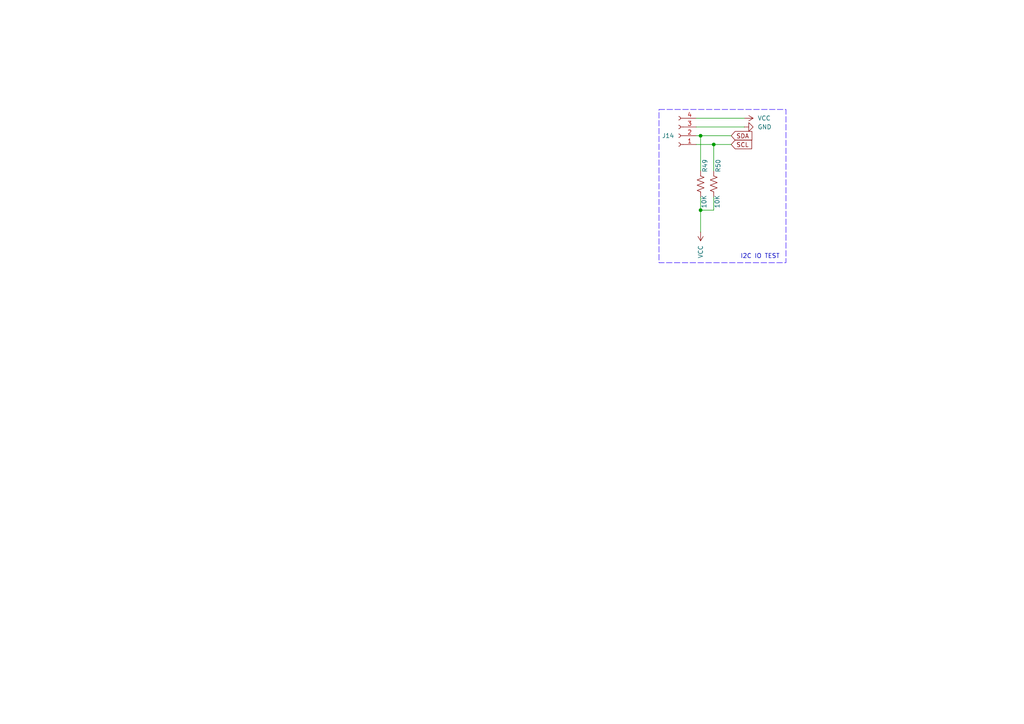
<source format=kicad_sch>
(kicad_sch (version 20250114) (generator "eeschema") (generator_version "9.0")
  (paper "A4")
  (lib_symbols
    (symbol "Connector:Conn_01x04_Socket" (pin_names (offset 1.016) (hide yes))
      (property "Reference" "J" (at 0 5.08 0))
      (property "Value" "Conn_01x04_Socket" (at 0 -7.62 0))
      (symbol "Conn_01x04_Socket_1_1"
        (polyline (pts (xy -1.27 2.54) (xy -0.508 2.54)) (stroke (width 0.1524)))
        (polyline (pts (xy -1.27 0) (xy -0.508 0)) (stroke (width 0.1524)))
        (polyline (pts (xy -1.27 -2.54) (xy -0.508 -2.54)) (stroke (width 0.1524)))
        (polyline (pts (xy -1.27 -5.08) (xy -0.508 -5.08)) (stroke (width 0.1524)))
        (arc (start 0 2.032) (mid -0.5058 2.54) (end 0 3.048) (stroke (width 0.1524)))
        (arc (start 0 -0.508) (mid -0.5058 0) (end 0 0.508) (stroke (width 0.1524)))
        (arc (start 0 -3.048) (mid -0.5058 -2.54) (end 0 -2.032) (stroke (width 0.1524)))
        (arc (start 0 -5.588) (mid -0.5058 -5.08) (end 0 -4.572) (stroke (width 0.1524)))
        (pin passive line (at -5.08 2.54 0) (length 3.81) (name "Pin_1") (number "1"))
        (pin passive line (at -5.08 0 0) (length 3.81) (name "Pin_2") (number "2"))
        (pin passive line (at -5.08 -2.54 0) (length 3.81) (name "Pin_3") (number "3"))
        (pin passive line (at -5.08 -5.08 0) (length 3.81) (name "Pin_4") (number "4"))
      )
    )
    (symbol "Device:R_US" (pin_numbers (hide yes)) (pin_names (offset 0))
      (property "Reference" "R" (at 2.54 0 90))
      (property "Value" "R_US" (at -2.54 0 90))
      (symbol "R_US_0_1"
        (polyline (pts (xy 0 2.286) (xy 0 2.54)))
        (polyline (pts (xy 0 2.286) (xy 1.016 1.905) (xy 0 1.524) (xy -1.016 1.143) (xy 0 0.762)))
        (polyline (pts (xy 0 0.762) (xy 1.016 0.381) (xy 0 0) (xy -1.016 -0.381) (xy 0 -0.762)))
        (polyline (pts (xy 0 -0.762) (xy 1.016 -1.143) (xy 0 -1.524) (xy -1.016 -1.905) (xy 0 -2.286)))
        (polyline (pts (xy 0 -2.286) (xy 0 -2.54)))
      )
      (symbol "R_US_1_1"
        (pin passive line (at 0 3.81 270) (length 1.27) (name "~") (number "1"))
        (pin passive line (at 0 -3.81 90) (length 1.27) (name "~") (number "2"))
      )
    )
    (symbol "power:GND" (power) (pin_numbers (hide yes)) (pin_names (offset 0) (hide yes))
      (property "Value" "GND" (at 0 -3.81 0))
      (symbol "GND_0_1"
        (polyline (pts (xy 0 0) (xy 0 -1.27) (xy 1.27 -1.27) (xy 0 -2.54) (xy -1.27 -1.27) (xy 0 -1.27)))
      )
      (symbol "GND_1_1"
        (pin power_in line (at 0 0 270) (length 0) (name "~") (number "1"))
      )
    )
    (symbol "power:VCC" (power) (pin_numbers (hide yes)) (pin_names (offset 0) (hide yes))
      (property "Value" "VCC" (at 0 3.556 0))
      (symbol "VCC_0_1"
        (polyline (pts (xy -0.762 1.27) (xy 0 2.54)))
        (polyline (pts (xy 0 2.54) (xy 0.762 1.27)))
        (polyline (pts (xy 0 0) (xy 0 2.54)))
      )
      (symbol "VCC_1_1"
        (pin power_in line (at 0 0 90) (length 0) (name "~") (number "1"))
      )
    )
  )
  (rectangle (start 191.135 31.75) (end 227.965 76.2) (stroke (width 0) (type dash) (color 50 9 255 1)))
  (text "I2C IO TEST" (at 220.472 74.422 0) (effects (font (size 1.27 1.27))))
  (junction (at 207.01 41.91))
  (junction (at 203.2 60.96))
  (junction (at 203.2 39.37))
  (wire (pts (xy 201.93 41.91) (xy 207.01 41.91)))
  (wire (pts (xy 207.01 41.91) (xy 212.09 41.91)))
  (wire (pts (xy 203.2 57.15) (xy 203.2 60.96)))
  (wire (pts (xy 207.01 41.91) (xy 207.01 49.53)))
  (wire (pts (xy 203.2 60.96) (xy 203.2 67.31)))
  (wire (pts (xy 207.01 60.96) (xy 203.2 60.96)))
  (wire (pts (xy 203.2 39.37) (xy 212.09 39.37)))
  (wire (pts (xy 201.93 34.29) (xy 215.9 34.29)))
  (wire (pts (xy 201.93 36.83) (xy 215.9 36.83)))
  (wire (pts (xy 201.93 39.37) (xy 203.2 39.37)))
  (wire (pts (xy 203.2 39.37) (xy 203.2 49.53)))
  (wire (pts (xy 207.01 57.15) (xy 207.01 60.96)))
  (global_label "SDA" (shape input) (at 212.09 39.37 0) (property "Intersheetrefs" "${INTERSHEET_REFS}" (effects (hide yes))))
  (global_label "SCL" (shape input) (at 212.09 41.91 0) (property "Intersheetrefs" "${INTERSHEET_REFS}" (effects (hide yes))))
  (symbol (lib_id "Device:R_US") (at 207.01 53.34 0) (unit 1)
    (property "Reference" "R50" (at 208.28 50.038 90) (effects (justify left)))
    (property "Value" "10K" (at 208.026 60.452 90) (effects (justify left)))
    (property "Footprint" "Resistor_THT:R_Axial_DIN0204_L3.6mm_D1.6mm_P5.08mm_Horizontal" (effects (hide yes)))
    (property "Description" "Resistor, US symbol" (effects (hide yes)))
  )
  (symbol (lib_id "Device:R_US") (at 203.2 53.34 0) (unit 1)
    (property "Reference" "R49" (at 204.47 50.038 90) (effects (justify left)))
    (property "Value" "10K" (at 204.216 60.452 90) (effects (justify left)))
    (property "Footprint" "Resistor_THT:R_Axial_DIN0204_L3.6mm_D1.6mm_P5.08mm_Horizontal" (effects (hide yes)))
    (property "Description" "Resistor, US symbol" (effects (hide yes)))
  )
  (symbol (lib_id "Connector:Conn_01x04_Socket") (at 196.85 39.37 180) (unit 1)
    (property "Reference" "J14" (at 195.58 39.3701 0) (effects (justify left)))
    (property "Value" "Conn_01x04_Socket" (effects (hide yes)))
    (property "Footprint" "Connector_Samtec_HPM_THT:Samtec_HPM-04-01-x-S_Straight_1x04_Pitch5.08mm" (effects (hide yes)))
    (property "Description" "Generic connector, single row, 01x04, script generated" (effects (hide yes)))
  )
  (symbol (lib_id "power:VCC") (at 215.9 34.29 270) (unit 1)
    (property "Reference" "#PWR08" (effects (hide yes)))
    (property "Value" "VCC" (at 219.71 34.29 90) (effects (justify left)))
  )
  (symbol (lib_id "power:VCC") (at 203.2 67.31 180) (unit 1)
    (property "Reference" "#PWR06" (effects (hide yes)))
    (property "Value" "VCC" (at 203.2 71.12 90) (effects (justify left)))
  )
  (symbol (lib_id "power:GND") (at 215.9 36.83 90) (unit 1)
    (property "Reference" "#PWR07" (effects (hide yes)))
    (property "Value" "GND" (at 219.71 36.8299 90) (effects (justify right)))
    (property "Description" "Power symbol creates a global label with name \"GND\" , ground" (effects (hide yes)))
  )
)
</source>
